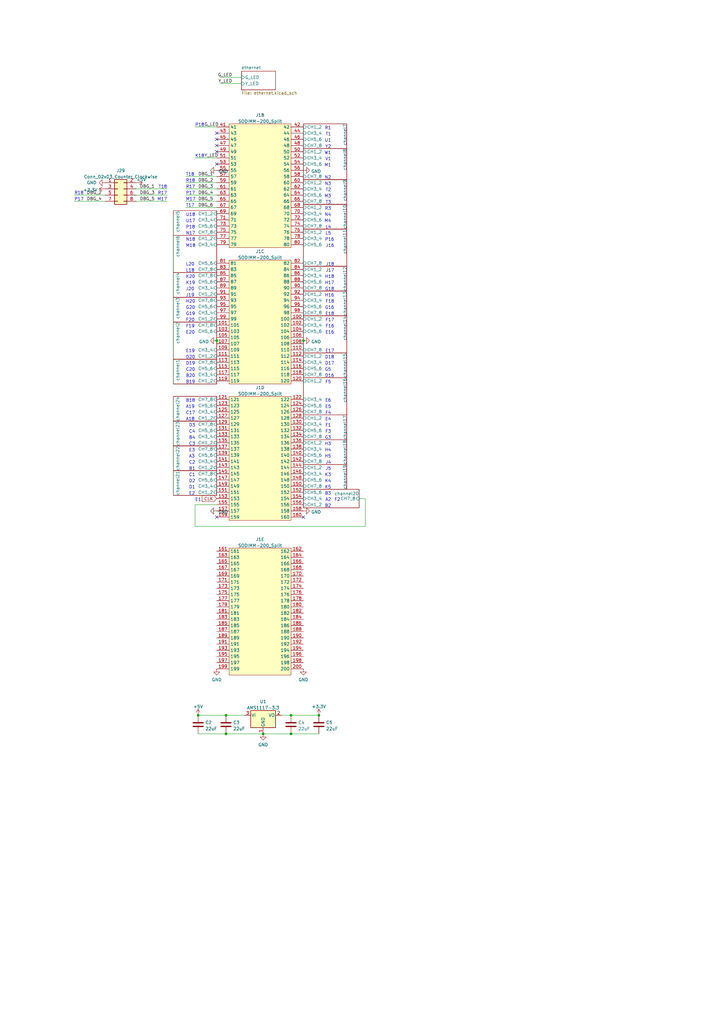
<source format=kicad_sch>
(kicad_sch (version 20211123) (generator eeschema)
  (paper "A3" portrait)
  (lib_symbols
    (symbol "Connector:SODIMM-200_Split"
      (property "Reference" "J" (at 0 1.27 0))
      (property "Value" "SODIMM-200_Split" (at 0 -1.27 0))
      (symbol "SODIMM-200_Split_1_1"
        (rectangle (start -12.7 25.4) (end 12.7 -26.67) (fill (type background)))
        (pin passive line (at -17.78 22.86 0) (length 5.08) (name "1") (number "1"))
        (pin passive line (at 17.78 12.7 180) (length 5.08) (name "10") (number "10"))
        (pin passive line (at -17.78 10.16 0) (length 5.08) (name "11") (number "11"))
        (pin passive line (at 17.78 10.16 180) (length 5.08) (name "12") (number "12"))
        (pin passive line (at -17.78 7.62 0) (length 5.08) (name "13") (number "13"))
        (pin passive line (at 17.78 7.62 180) (length 5.08) (name "14") (number "14"))
        (pin passive line (at -17.78 5.08 0) (length 5.08) (name "15") (number "15"))
        (pin passive line (at 17.78 5.08 180) (length 5.08) (name "16") (number "16"))
        (pin passive line (at -17.78 2.54 0) (length 5.08) (name "17") (number "17"))
        (pin passive line (at 17.78 2.54 180) (length 5.08) (name "18") (number "18"))
        (pin passive line (at -17.78 0 0) (length 5.08) (name "19") (number "19"))
        (pin passive line (at 17.78 22.86 180) (length 5.08) (name "2") (number "2"))
        (pin passive line (at 17.78 0 180) (length 5.08) (name "20") (number "20"))
        (pin passive line (at -17.78 -2.54 0) (length 5.08) (name "21") (number "21"))
        (pin passive line (at 17.78 -2.54 180) (length 5.08) (name "22") (number "22"))
        (pin passive line (at -17.78 -5.08 0) (length 5.08) (name "23") (number "23"))
        (pin passive line (at 17.78 -5.08 180) (length 5.08) (name "24") (number "24"))
        (pin passive line (at -17.78 -7.62 0) (length 5.08) (name "25") (number "25"))
        (pin passive line (at 17.78 -7.62 180) (length 5.08) (name "26") (number "26"))
        (pin passive line (at -17.78 -10.16 0) (length 5.08) (name "27") (number "27"))
        (pin passive line (at 17.78 -10.16 180) (length 5.08) (name "28") (number "28"))
        (pin passive line (at -17.78 -12.7 0) (length 5.08) (name "29") (number "29"))
        (pin passive line (at -17.78 20.32 0) (length 5.08) (name "3") (number "3"))
        (pin passive line (at 17.78 -12.7 180) (length 5.08) (name "30") (number "30"))
        (pin passive line (at -17.78 -15.24 0) (length 5.08) (name "31") (number "31"))
        (pin passive line (at 17.78 -15.24 180) (length 5.08) (name "32") (number "32"))
        (pin passive line (at -17.78 -17.78 0) (length 5.08) (name "33") (number "33"))
        (pin passive line (at 17.78 -17.78 180) (length 5.08) (name "34") (number "34"))
        (pin passive line (at -17.78 -20.32 0) (length 5.08) (name "35") (number "35"))
        (pin passive line (at 17.78 -20.32 180) (length 5.08) (name "36") (number "36"))
        (pin passive line (at -17.78 -22.86 0) (length 5.08) (name "37") (number "37"))
        (pin passive line (at 17.78 -22.86 180) (length 5.08) (name "38") (number "38"))
        (pin passive line (at -17.78 -25.4 0) (length 5.08) (name "39") (number "39"))
        (pin passive line (at 17.78 20.32 180) (length 5.08) (name "4") (number "4"))
        (pin passive line (at 17.78 -25.4 180) (length 5.08) (name "40") (number "40"))
        (pin passive line (at -17.78 17.78 0) (length 5.08) (name "5") (number "5"))
        (pin passive line (at 17.78 17.78 180) (length 5.08) (name "6") (number "6"))
        (pin passive line (at -17.78 15.24 0) (length 5.08) (name "7") (number "7"))
        (pin passive line (at 17.78 15.24 180) (length 5.08) (name "8") (number "8"))
        (pin passive line (at -17.78 12.7 0) (length 5.08) (name "9") (number "9"))
      )
      (symbol "SODIMM-200_Split_2_1"
        (rectangle (start -12.7 -26.67) (end 12.7 24.13) (fill (type background)))
        (pin passive line (at -17.78 22.86 0) (length 5.08) (name "41") (number "41"))
        (pin passive line (at 17.78 22.86 180) (length 5.08) (name "42") (number "42"))
        (pin passive line (at -17.78 20.32 0) (length 5.08) (name "43") (number "43"))
        (pin passive line (at 17.78 20.32 180) (length 5.08) (name "44") (number "44"))
        (pin passive line (at -17.78 17.78 0) (length 5.08) (name "45") (number "45"))
        (pin passive line (at 17.78 17.78 180) (length 5.08) (name "46") (number "46"))
        (pin passive line (at -17.78 15.24 0) (length 5.08) (name "47") (number "47"))
        (pin passive line (at 17.78 15.24 180) (length 5.08) (name "48") (number "48"))
        (pin passive line (at -17.78 12.7 0) (length 5.08) (name "49") (number "49"))
        (pin passive line (at 17.78 12.7 180) (length 5.08) (name "50") (number "50"))
        (pin passive line (at -17.78 10.16 0) (length 5.08) (name "51") (number "51"))
        (pin passive line (at 17.78 10.16 180) (length 5.08) (name "52") (number "52"))
        (pin passive line (at -17.78 7.62 0) (length 5.08) (name "53") (number "53"))
        (pin passive line (at 17.78 7.62 180) (length 5.08) (name "54") (number "54"))
        (pin passive line (at -17.78 5.08 0) (length 5.08) (name "55") (number "55"))
        (pin passive line (at 17.78 5.08 180) (length 5.08) (name "56") (number "56"))
        (pin passive line (at -17.78 2.54 0) (length 5.08) (name "57") (number "57"))
        (pin passive line (at 17.78 2.54 180) (length 5.08) (name "58") (number "58"))
        (pin passive line (at -17.78 0 0) (length 5.08) (name "59") (number "59"))
        (pin passive line (at 17.78 0 180) (length 5.08) (name "60") (number "60"))
        (pin passive line (at -17.78 -2.54 0) (length 5.08) (name "61") (number "61"))
        (pin passive line (at 17.78 -2.54 180) (length 5.08) (name "62") (number "62"))
        (pin passive line (at -17.78 -5.08 0) (length 5.08) (name "63") (number "63"))
        (pin passive line (at 17.78 -5.08 180) (length 5.08) (name "64") (number "64"))
        (pin passive line (at -17.78 -7.62 0) (length 5.08) (name "65") (number "65"))
        (pin passive line (at 17.78 -7.62 180) (length 5.08) (name "66") (number "66"))
        (pin passive line (at -17.78 -10.16 0) (length 5.08) (name "67") (number "67"))
        (pin passive line (at 17.78 -10.16 180) (length 5.08) (name "68") (number "68"))
        (pin passive line (at -17.78 -12.7 0) (length 5.08) (name "69") (number "69"))
        (pin passive line (at 17.78 -12.7 180) (length 5.08) (name "70") (number "70"))
        (pin passive line (at -17.78 -15.24 0) (length 5.08) (name "71") (number "71"))
        (pin passive line (at 17.78 -15.24 180) (length 5.08) (name "72") (number "72"))
        (pin passive line (at -17.78 -17.78 0) (length 5.08) (name "73") (number "73"))
        (pin passive line (at 17.78 -17.78 180) (length 5.08) (name "74") (number "74"))
        (pin passive line (at -17.78 -20.32 0) (length 5.08) (name "75") (number "75"))
        (pin passive line (at 17.78 -20.32 180) (length 5.08) (name "76") (number "76"))
        (pin passive line (at -17.78 -22.86 0) (length 5.08) (name "77") (number "77"))
        (pin passive line (at 17.78 -22.86 180) (length 5.08) (name "78") (number "78"))
        (pin passive line (at -17.78 -25.4 0) (length 5.08) (name "79") (number "79"))
        (pin passive line (at 17.78 -25.4 180) (length 5.08) (name "80") (number "80"))
      )
      (symbol "SODIMM-200_Split_3_1"
        (rectangle (start -12.7 24.13) (end 12.7 -26.67) (fill (type background)))
        (pin passive line (at 17.78 0 180) (length 5.08) (name "100") (number "100"))
        (pin passive line (at -17.78 -2.54 0) (length 5.08) (name "101") (number "101"))
        (pin passive line (at 17.78 -2.54 180) (length 5.08) (name "102") (number "102"))
        (pin passive line (at -17.78 -5.08 0) (length 5.08) (name "103") (number "103"))
        (pin passive line (at 17.78 -5.08 180) (length 5.08) (name "104") (number "104"))
        (pin passive line (at -17.78 -7.62 0) (length 5.08) (name "105") (number "105"))
        (pin passive line (at 17.78 -7.62 180) (length 5.08) (name "106") (number "106"))
        (pin passive line (at -17.78 -10.16 0) (length 5.08) (name "107") (number "107"))
        (pin passive line (at 17.78 -10.16 180) (length 5.08) (name "108") (number "108"))
        (pin passive line (at -17.78 -12.7 0) (length 5.08) (name "109") (number "109"))
        (pin passive line (at 17.78 -12.7 180) (length 5.08) (name "110") (number "110"))
        (pin passive line (at -17.78 -15.24 0) (length 5.08) (name "111") (number "111"))
        (pin passive line (at 17.78 -15.24 180) (length 5.08) (name "112") (number "112"))
        (pin passive line (at -17.78 -17.78 0) (length 5.08) (name "113") (number "113"))
        (pin passive line (at 17.78 -17.78 180) (length 5.08) (name "114") (number "114"))
        (pin passive line (at -17.78 -20.32 0) (length 5.08) (name "115") (number "115"))
        (pin passive line (at 17.78 -20.32 180) (length 5.08) (name "116") (number "116"))
        (pin passive line (at -17.78 -22.86 0) (length 5.08) (name "117") (number "117"))
        (pin passive line (at 17.78 -22.86 180) (length 5.08) (name "118") (number "118"))
        (pin passive line (at -17.78 -25.4 0) (length 5.08) (name "119") (number "119"))
        (pin passive line (at 17.78 -25.4 180) (length 5.08) (name "120") (number "120"))
        (pin passive line (at -17.78 22.86 0) (length 5.08) (name "81") (number "81"))
        (pin passive line (at 17.78 22.86 180) (length 5.08) (name "82") (number "82"))
        (pin passive line (at -17.78 20.32 0) (length 5.08) (name "83") (number "83"))
        (pin passive line (at 17.78 20.32 180) (length 5.08) (name "84") (number "84"))
        (pin passive line (at -17.78 17.78 0) (length 5.08) (name "85") (number "85"))
        (pin passive line (at 17.78 17.78 180) (length 5.08) (name "86") (number "86"))
        (pin passive line (at -17.78 15.24 0) (length 5.08) (name "87") (number "87"))
        (pin passive line (at 17.78 15.24 180) (length 5.08) (name "88") (number "88"))
        (pin passive line (at -17.78 12.7 0) (length 5.08) (name "89") (number "89"))
        (pin passive line (at 17.78 12.7 180) (length 5.08) (name "90") (number "90"))
        (pin passive line (at -17.78 10.16 0) (length 5.08) (name "91") (number "91"))
        (pin passive line (at 17.78 10.16 180) (length 5.08) (name "92") (number "92"))
        (pin passive line (at -17.78 7.62 0) (length 5.08) (name "93") (number "93"))
        (pin passive line (at 17.78 7.62 180) (length 5.08) (name "94") (number "94"))
        (pin passive line (at -17.78 5.08 0) (length 5.08) (name "95") (number "95"))
        (pin passive line (at 17.78 5.08 180) (length 5.08) (name "96") (number "96"))
        (pin passive line (at -17.78 2.54 0) (length 5.08) (name "97") (number "97"))
        (pin passive line (at 17.78 2.54 180) (length 5.08) (name "98") (number "98"))
        (pin passive line (at -17.78 0 0) (length 5.08) (name "99") (number "99"))
      )
      (symbol "SODIMM-200_Split_4_1"
        (rectangle (start -12.7 24.13) (end 12.7 -26.67) (fill (type background)))
        (pin passive line (at -17.78 22.86 0) (length 5.08) (name "121") (number "121"))
        (pin passive line (at 17.78 22.86 180) (length 5.08) (name "122") (number "122"))
        (pin passive line (at -17.78 20.32 0) (length 5.08) (name "123") (number "123"))
        (pin passive line (at 17.78 20.32 180) (length 5.08) (name "124") (number "124"))
        (pin passive line (at -17.78 17.78 0) (length 5.08) (name "125") (number "125"))
        (pin passive line (at 17.78 17.78 180) (length 5.08) (name "126") (number "126"))
        (pin passive line (at -17.78 15.24 0) (length 5.08) (name "127") (number "127"))
        (pin passive line (at 17.78 15.24 180) (length 5.08) (name "128") (number "128"))
        (pin passive line (at -17.78 12.7 0) (length 5.08) (name "129") (number "129"))
        (pin passive line (at 17.78 12.7 180) (length 5.08) (name "130") (number "130"))
        (pin passive line (at -17.78 10.16 0) (length 5.08) (name "131") (number "131"))
        (pin passive line (at 17.78 10.16 180) (length 5.08) (name "132") (number "132"))
        (pin passive line (at -17.78 7.62 0) (length 5.08) (name "133") (number "133"))
        (pin passive line (at 17.78 7.62 180) (length 5.08) (name "134") (number "134"))
        (pin passive line (at -17.78 5.08 0) (length 5.08) (name "135") (number "135"))
        (pin passive line (at 17.78 5.08 180) (length 5.08) (name "136") (number "136"))
        (pin passive line (at -17.78 2.54 0) (length 5.08) (name "137") (number "137"))
        (pin passive line (at 17.78 2.54 180) (length 5.08) (name "138") (number "138"))
        (pin passive line (at -17.78 0 0) (length 5.08) (name "139") (number "139"))
        (pin passive line (at 17.78 0 180) (length 5.08) (name "140") (number "140"))
        (pin passive line (at -17.78 -2.54 0) (length 5.08) (name "141") (number "141"))
        (pin passive line (at 17.78 -2.54 180) (length 5.08) (name "142") (number "142"))
        (pin passive line (at -17.78 -5.08 0) (length 5.08) (name "143") (number "143"))
        (pin passive line (at 17.78 -5.08 180) (length 5.08) (name "144") (number "144"))
        (pin passive line (at -17.78 -7.62 0) (length 5.08) (name "145") (number "145"))
        (pin passive line (at 17.78 -7.62 180) (length 5.08) (name "146") (number "146"))
        (pin passive line (at -17.78 -10.16 0) (length 5.08) (name "147") (number "147"))
        (pin passive line (at 17.78 -10.16 180) (length 5.08) (name "148") (number "148"))
        (pin passive line (at -17.78 -12.7 0) (length 5.08) (name "149") (number "149"))
        (pin passive line (at 17.78 -12.7 180) (length 5.08) (name "150") (number "150"))
        (pin passive line (at -17.78 -15.24 0) (length 5.08) (name "151") (number "151"))
        (pin passive line (at 17.78 -15.24 180) (length 5.08) (name "152") (number "152"))
        (pin passive line (at -17.78 -17.78 0) (length 5.08) (name "153") (number "153"))
        (pin passive line (at 17.78 -17.78 180) (length 5.08) (name "154") (number "154"))
        (pin passive line (at -17.78 -20.32 0) (length 5.08) (name "155") (number "155"))
        (pin passive line (at 17.78 -20.32 180) (length 5.08) (name "156") (number "156"))
        (pin passive line (at -17.78 -22.86 0) (length 5.08) (name "157") (number "157"))
        (pin passive line (at 17.78 -22.86 180) (length 5.08) (name "158") (number "158"))
        (pin passive line (at -17.78 -25.4 0) (length 5.08) (name "159") (number "159"))
        (pin passive line (at 17.78 -25.4 180) (length 5.08) (name "160") (number "160"))
      )
      (symbol "SODIMM-200_Split_5_1"
        (rectangle (start -12.7 24.13) (end 12.7 -27.94) (fill (type background)))
        (pin passive line (at -17.78 22.86 0) (length 5.08) (name "161") (number "161"))
        (pin passive line (at 17.78 22.86 180) (length 5.08) (name "162") (number "162"))
        (pin passive line (at -17.78 20.32 0) (length 5.08) (name "163") (number "163"))
        (pin passive line (at 17.78 20.32 180) (length 5.08) (name "164") (number "164"))
        (pin passive line (at -17.78 17.78 0) (length 5.08) (name "165") (number "165"))
        (pin passive line (at 17.78 17.78 180) (length 5.08) (name "166") (number "166"))
        (pin passive line (at -17.78 15.24 0) (length 5.08) (name "167") (number "167"))
        (pin passive line (at 17.78 15.24 180) (length 5.08) (name "168") (number "168"))
        (pin passive line (at -17.78 12.7 0) (length 5.08) (name "169") (number "169"))
        (pin passive line (at 17.78 12.7 180) (length 5.08) (name "170") (number "170"))
        (pin passive line (at -17.78 10.16 0) (length 5.08) (name "171") (number "171"))
        (pin passive line (at 17.78 10.16 180) (length 5.08) (name "172") (number "172"))
        (pin passive line (at -17.78 7.62 0) (length 5.08) (name "173") (number "173"))
        (pin passive line (at 17.78 7.62 180) (length 5.08) (name "174") (number "174"))
        (pin passive line (at -17.78 5.08 0) (length 5.08) (name "175") (number "175"))
        (pin passive line (at 17.78 5.08 180) (length 5.08) (name "176") (number "176"))
        (pin passive line (at -17.78 2.54 0) (length 5.08) (name "177") (number "177"))
        (pin passive line (at 17.78 2.54 180) (length 5.08) (name "178") (number "178"))
        (pin passive line (at -17.78 0 0) (length 5.08) (name "179") (number "179"))
        (pin passive line (at 17.78 0 180) (length 5.08) (name "180") (number "180"))
        (pin passive line (at -17.78 -2.54 0) (length 5.08) (name "181") (number "181"))
        (pin passive line (at 17.78 -2.54 180) (length 5.08) (name "182") (number "182"))
        (pin passive line (at -17.78 -5.08 0) (length 5.08) (name "183") (number "183"))
        (pin passive line (at 17.78 -5.08 180) (length 5.08) (name "184") (number "184"))
        (pin passive line (at -17.78 -7.62 0) (length 5.08) (name "185") (number "185"))
        (pin passive line (at 17.78 -7.62 180) (length 5.08) (name "186") (number "186"))
        (pin passive line (at -17.78 -10.16 0) (length 5.08) (name "187") (number "187"))
        (pin passive line (at 17.78 -10.16 180) (length 5.08) (name "188") (number "188"))
        (pin passive line (at -17.78 -12.7 0) (length 5.08) (name "189") (number "189"))
        (pin passive line (at 17.78 -12.7 180) (length 5.08) (name "190") (number "190"))
        (pin passive line (at -17.78 -15.24 0) (length 5.08) (name "191") (number "191"))
        (pin passive line (at 17.78 -15.24 180) (length 5.08) (name "192") (number "192"))
        (pin passive line (at -17.78 -17.78 0) (length 5.08) (name "193") (number "193"))
        (pin passive line (at 17.78 -17.78 180) (length 5.08) (name "194") (number "194"))
        (pin passive line (at -17.78 -20.32 0) (length 5.08) (name "195") (number "195"))
        (pin passive line (at 17.78 -20.32 180) (length 5.08) (name "196") (number "196"))
        (pin passive line (at -17.78 -22.86 0) (length 5.08) (name "197") (number "197"))
        (pin passive line (at 17.78 -22.86 180) (length 5.08) (name "198") (number "198"))
        (pin passive line (at -17.78 -25.4 0) (length 5.08) (name "199") (number "199"))
        (pin passive line (at 17.78 -25.4 180) (length 5.08) (name "200") (number "200"))
      )
    )
    (symbol "Connector_Generic:Conn_02x04_Odd_Even" (pin_names (offset 1.016) hide)
      (property "Reference" "J" (at 1.27 5.08 0))
      (property "Value" "Conn_02x04_Odd_Even" (at 1.27 -7.62 0))
      (symbol "Conn_02x04_Odd_Even_1_1"
        (rectangle (start -1.27 -4.953) (end 0 -5.207) (stroke (width 0.1524)))
        (rectangle (start -1.27 -2.413) (end 0 -2.667) (stroke (width 0.1524)))
        (rectangle (start -1.27 0.127) (end 0 -0.127) (stroke (width 0.1524)))
        (rectangle (start -1.27 2.667) (end 0 2.413) (stroke (width 0.1524)))
        (rectangle (start -1.27 3.81) (end 3.81 -6.35) (stroke (width 0.254)) (fill (type background)))
        (rectangle (start 3.81 -4.953) (end 2.54 -5.207) (stroke (width 0.1524)))
        (rectangle (start 3.81 -2.413) (end 2.54 -2.667) (stroke (width 0.1524)))
        (rectangle (start 3.81 0.127) (end 2.54 -0.127) (stroke (width 0.1524)))
        (rectangle (start 3.81 2.667) (end 2.54 2.413) (stroke (width 0.1524)))
        (pin passive line (at -5.08 2.54 0) (length 3.81) (name "Pin_1") (number "1"))
        (pin passive line (at 7.62 2.54 180) (length 3.81) (name "Pin_2") (number "2"))
        (pin passive line (at -5.08 0 0) (length 3.81) (name "Pin_3") (number "3"))
        (pin passive line (at 7.62 0 180) (length 3.81) (name "Pin_4") (number "4"))
        (pin passive line (at -5.08 -2.54 0) (length 3.81) (name "Pin_5") (number "5"))
        (pin passive line (at 7.62 -2.54 180) (length 3.81) (name "Pin_6") (number "6"))
        (pin passive line (at -5.08 -5.08 0) (length 3.81) (name "Pin_7") (number "7"))
        (pin passive line (at 7.62 -5.08 180) (length 3.81) (name "Pin_8") (number "8"))
      )
    )
    (symbol "Device:C" (pin_numbers hide) (pin_names (offset 0.254))
      (property "Reference" "C" (at 0.635 2.54 0))
      (property "Value" "C" (at 0.635 -2.54 0))
      (symbol "C_0_1"
        (polyline (pts (xy -2.032 -0.762) (xy 2.032 -0.762)) (stroke (width 0.508)))
        (polyline (pts (xy -2.032 0.762) (xy 2.032 0.762)) (stroke (width 0.508)))
      )
      (symbol "C_1_1"
        (pin passive line (at 0 3.81 270) (length 2.794) (name "~") (number "1"))
        (pin passive line (at 0 -3.81 90) (length 2.794) (name "~") (number "2"))
      )
    )
    (symbol "Regulator_Linear:AMS1117-3.3" (pin_names (offset 0.254))
      (property "Reference" "U" (at -3.81 3.175 0))
      (property "Value" "AMS1117-3.3" (at 0 3.175 0))
      (symbol "AMS1117-3.3_0_1"
        (rectangle (start -5.08 -5.08) (end 5.08 1.905) (stroke (width 0.254)) (fill (type background)))
      )
      (symbol "AMS1117-3.3_1_1"
        (pin power_in line (at 0 -7.62 90) (length 2.54) (name "GND") (number "1"))
        (pin power_out line (at 7.62 0 180) (length 2.54) (name "VO") (number "2"))
        (pin power_in line (at -7.62 0 0) (length 2.54) (name "VI") (number "3"))
      )
    )
    (symbol "power:+3.3V" (power) (pin_names (offset 0))
      (property "Value" "+3.3V" (at 0 3.556 0))
      (symbol "+3.3V_0_1"
        (polyline (pts (xy -0.762 1.27) (xy 0 2.54)))
        (polyline (pts (xy 0 0) (xy 0 2.54)))
        (polyline (pts (xy 0 2.54) (xy 0.762 1.27)))
      )
      (symbol "+3.3V_1_1"
        (pin power_in line (at 0 0 90) (length 0) hide (name "+3.3V") (number "1"))
      )
    )
    (symbol "power:+5V" (power) (pin_names (offset 0))
      (property "Value" "+5V" (at 0 3.556 0))
      (symbol "+5V_0_1"
        (polyline (pts (xy -0.762 1.27) (xy 0 2.54)))
        (polyline (pts (xy 0 0) (xy 0 2.54)))
        (polyline (pts (xy 0 2.54) (xy 0.762 1.27)))
      )
      (symbol "+5V_1_1"
        (pin power_in line (at 0 0 90) (length 0) hide (name "+5V") (number "1"))
      )
    )
    (symbol "power:GND" (power) (pin_names (offset 0))
      (property "Value" "GND" (at 0 -3.81 0))
      (symbol "GND_0_1"
        (polyline (pts (xy 0 0) (xy 0 -1.27) (xy 1.27 -1.27) (xy 0 -2.54) (xy -1.27 -1.27) (xy 0 -1.27)))
      )
      (symbol "GND_1_1"
        (pin power_in line (at 0 0 270) (length 0) hide (name "GND") (number "1"))
      )
    )
  )
  (junction (at 124.46 139.7))
  (junction (at 119.38 293.37))
  (junction (at 92.71 300.99))
  (junction (at 119.38 300.99))
  (junction (at 130.81 293.37))
  (junction (at 107.95 300.99))
  (junction (at 92.71 293.37))
  (junction (at 88.9 139.7))
  (junction (at 81.28 293.37))
  (no_connect (at 88.9 212.09))
  (no_connect (at 124.46 212.09))
  (no_connect (at 88.9 59.69))
  (no_connect (at 88.9 54.61))
  (no_connect (at 88.9 62.23))
  (no_connect (at 88.9 57.15))
  (no_connect (at 88.9 67.31))
  (wire (pts (xy 76.2 80.01) (xy 88.9 80.01)))
  (wire (pts (xy 149.86 204.47) (xy 149.86 215.9)))
  (wire (pts (xy 119.38 300.99) (xy 130.81 300.99)))
  (wire (pts (xy 81.28 293.37) (xy 92.71 293.37)))
  (wire (pts (xy 80.01 52.07) (xy 88.9 52.07)))
  (wire (pts (xy 115.57 293.37) (xy 119.38 293.37)))
  (wire (pts (xy 107.95 300.99) (xy 119.38 300.99)))
  (wire (pts (xy 76.2 72.39) (xy 88.9 72.39)))
  (wire (pts (xy 88.9 138.43) (xy 88.9 139.7)))
  (wire (pts (xy 92.71 293.37) (xy 100.33 293.37)))
  (wire (pts (xy 30.48 80.01) (xy 43.18 80.01)))
  (wire (pts (xy 76.2 74.93) (xy 88.9 74.93)))
  (wire (pts (xy 80.01 207.01) (xy 88.9 207.01)))
  (wire (pts (xy 147.32 204.47) (xy 149.86 204.47)))
  (wire (pts (xy 76.2 85.09) (xy 88.9 85.09)))
  (wire (pts (xy 119.38 293.37) (xy 130.81 293.37)))
  (wire (pts (xy 80.01 215.9) (xy 149.86 215.9)))
  (wire (pts (xy 68.58 82.55) (xy 55.88 82.55)))
  (wire (pts (xy 99.06 31.75) (xy 90.17 31.75)))
  (wire (pts (xy 76.2 82.55) (xy 88.9 82.55)))
  (wire (pts (xy 99.06 34.29) (xy 90.17 34.29)))
  (wire (pts (xy 88.9 139.7) (xy 88.9 140.97)))
  (wire (pts (xy 68.58 80.01) (xy 55.88 80.01)))
  (wire (pts (xy 68.58 77.47) (xy 55.88 77.47)))
  (wire (pts (xy 30.48 82.55) (xy 43.18 82.55)))
  (wire (pts (xy 124.46 139.7) (xy 124.46 140.97)))
  (wire (pts (xy 80.01 64.77) (xy 88.9 64.77)))
  (wire (pts (xy 76.2 77.47) (xy 88.9 77.47)))
  (wire (pts (xy 80.01 215.9) (xy 80.01 207.01)))
  (wire (pts (xy 81.28 300.99) (xy 92.71 300.99)))
  (wire (pts (xy 92.71 300.99) (xy 107.95 300.99)))
  (wire (pts (xy 124.46 138.43) (xy 124.46 139.7)))
  (text "P18" (at 76.2 93.98 0) (effects (font (size 1.27 1.27)) (justify left bottom)))
  (text "G5" (at 135.89 152.4 180) (effects (font (size 1.27 1.27)) (justify right bottom)))
  (text "H4" (at 135.89 185.42 180) (effects (font (size 1.27 1.27)) (justify right bottom)))
  (text "J19" (at 76.2 121.92 0) (effects (font (size 1.27 1.27)) (justify left bottom)))
  (text "D2" (at 77.47 198.12 0) (effects (font (size 1.27 1.27)) (justify left bottom)))
  (text "N4" (at 135.89 88.9 180) (effects (font (size 1.27 1.27)) (justify right bottom)))
  (text "V1" (at 135.89 66.04 180) (effects (font (size 1.27 1.27)) (justify right bottom)))
  (text "M3" (at 135.89 81.28 180) (effects (font (size 1.27 1.27)) (justify right bottom)))
  (text "U17" (at 76.2 91.44 0) (effects (font (size 1.27 1.27)) (justify left bottom)))
  (text "T18" (at 76.2 72.39 0) (effects (font (size 1.27 1.27)) (justify left bottom)))
  (text "R1" (at 135.89 53.34 180) (effects (font (size 1.27 1.27)) (justify right bottom)))
  (text "C17" (at 76.2 170.18 0) (effects (font (size 1.27 1.27)) (justify left bottom)))
  (text "G20" (at 76.2 127 0) (effects (font (size 1.27 1.27)) (justify left bottom)))
  (text "H18" (at 137.16 114.3 180) (effects (font (size 1.27 1.27)) (justify right bottom)))
  (text "M17" (at 76.2 82.55 0) (effects (font (size 1.27 1.27)) (justify left bottom)))
  (text "H16" (at 137.16 121.92 180) (effects (font (size 1.27 1.27)) (justify right bottom)))
  (text "C1" (at 77.47 195.58 0) (effects (font (size 1.27 1.27)) (justify left bottom)))
  (text "D16" (at 137.16 154.94 180) (effects (font (size 1.27 1.27)) (justify right bottom)))
  (text "D1" (at 77.47 200.66 0) (effects (font (size 1.27 1.27)) (justify left bottom)))
  (text "R17" (at 68.58 80.01 180) (effects (font (size 1.27 1.27)) (justify right bottom)))
  (text "C2" (at 77.47 190.5 0) (effects (font (size 1.27 1.27)) (justify left bottom)))
  (text "C20" (at 76.2 152.4 0) (effects (font (size 1.27 1.27)) (justify left bottom)))
  (text "P17" (at 30.48 82.55 0) (effects (font (size 1.27 1.27)) (justify left bottom)))
  (text "D3" (at 77.47 175.26 0) (effects (font (size 1.27 1.27)) (justify left bottom)))
  (text "F3" (at 135.89 177.8 180) (effects (font (size 1.27 1.27)) (justify right bottom)))
  (text "K18" (at 80.01 64.77 0) (effects (font (size 1.27 1.27)) (justify left bottom)))
  (text "F2" (at 137.16 205.74 0) (effects (font (size 1.27 1.27)) (justify left bottom)))
  (text "K5" (at 135.89 200.66 180) (effects (font (size 1.27 1.27)) (justify right bottom)))
  (text "B18" (at 76.2 165.1 0) (effects (font (size 1.27 1.27)) (justify left bottom)))
  (text "D18" (at 137.16 147.32 180) (effects (font (size 1.27 1.27)) (justify right bottom)))
  (text "R3" (at 135.89 86.36 180) (effects (font (size 1.27 1.27)) (justify right bottom)))
  (text "K3" (at 135.89 195.58 180) (effects (font (size 1.27 1.27)) (justify right bottom)))
  (text "R17" (at 76.2 77.47 0) (effects (font (size 1.27 1.27)) (justify left bottom)))
  (text "L5" (at 135.89 96.52 180) (effects (font (size 1.27 1.27)) (justify right bottom)))
  (text "F18" (at 137.16 124.46 180) (effects (font (size 1.27 1.27)) (justify right bottom)))
  (text "F19" (at 76.2 134.62 0) (effects (font (size 1.27 1.27)) (justify left bottom)))
  (text "E1" (at 80.01 205.74 0) (effects (font (size 1.27 1.27)) (justify left bottom)))
  (text "P18" (at 80.01 52.07 0) (effects (font (size 1.27 1.27)) (justify left bottom)))
  (text "K20" (at 76.2 114.3 0) (effects (font (size 1.27 1.27)) (justify left bottom)))
  (text "H17" (at 137.16 116.84 180) (effects (font (size 1.27 1.27)) (justify right bottom)))
  (text "T3" (at 135.89 83.82 180) (effects (font (size 1.27 1.27)) (justify right bottom)))
  (text "T17" (at 76.2 85.09 0) (effects (font (size 1.27 1.27)) (justify left bottom)))
  (text "H20" (at 76.2 124.46 0) (effects (font (size 1.27 1.27)) (justify left bottom)))
  (text "H5" (at 135.89 187.96 180) (effects (font (size 1.27 1.27)) (justify right bottom)))
  (text "B3" (at 135.89 203.2 180) (effects (font (size 1.27 1.27)) (justify right bottom)))
  (text "E4" (at 135.89 172.72 180) (effects (font (size 1.27 1.27)) (justify right bottom)))
  (text "T18" (at 68.58 77.47 180) (effects (font (size 1.27 1.27)) (justify right bottom)))
  (text "N3" (at 135.89 76.2 180) (effects (font (size 1.27 1.27)) (justify right bottom)))
  (text "P17" (at 76.2 80.01 0) (effects (font (size 1.27 1.27)) (justify left bottom)))
  (text "H3" (at 135.89 182.88 180) (effects (font (size 1.27 1.27)) (justify right bottom)))
  (text "P16" (at 137.16 99.06 180) (effects (font (size 1.27 1.27)) (justify right bottom)))
  (text "C3" (at 77.47 182.88 0) (effects (font (size 1.27 1.27)) (justify left bottom)))
  (text "W1" (at 135.89 63.5 180) (effects (font (size 1.27 1.27)) (justify right bottom)))
  (text "E16" (at 137.16 137.16 180) (effects (font (size 1.27 1.27)) (justify right bottom)))
  (text "B4" (at 77.47 180.34 0) (effects (font (size 1.27 1.27)) (justify left bottom)))
  (text "D20" (at 76.2 147.32 0) (effects (font (size 1.27 1.27)) (justify left bottom)))
  (text "N17" (at 76.2 96.52 0) (effects (font (size 1.27 1.27)) (justify left bottom)))
  (text "Y2" (at 135.89 60.96 180) (effects (font (size 1.27 1.27)) (justify right bottom)))
  (text "L4" (at 135.89 93.98 180) (effects (font (size 1.27 1.27)) (justify right bottom)))
  (text "M18" (at 76.2 101.6 0) (effects (font (size 1.27 1.27)) (justify left bottom)))
  (text "E6\n" (at 135.89 165.1 180) (effects (font (size 1.27 1.27)) (justify right bottom)))
  (text "A18" (at 76.2 172.72 0) (effects (font (size 1.27 1.27)) (justify left bottom)))
  (text "T1" (at 135.89 55.88 180) (effects (font (size 1.27 1.27)) (justify right bottom)))
  (text "F1" (at 135.89 175.26 180) (effects (font (size 1.27 1.27)) (justify right bottom)))
  (text "G16" (at 137.16 127 180) (effects (font (size 1.27 1.27)) (justify right bottom)))
  (text "D17" (at 137.16 149.86 180) (effects (font (size 1.27 1.27)) (justify right bottom)))
  (text "U1\n" (at 135.89 58.42 180) (effects (font (size 1.27 1.27)) (justify right bottom)))
  (text "K19" (at 76.2 116.84 0) (effects (font (size 1.27 1.27)) (justify left bottom)))
  (text "B1" (at 77.47 193.04 0) (effects (font (size 1.27 1.27)) (justify left bottom)))
  (text "J20" (at 76.2 119.38 0) (effects (font (size 1.27 1.27)) (justify left bottom)))
  (text "A19" (at 76.2 167.64 0) (effects (font (size 1.27 1.27)) (justify left bottom)))
  (text "K4" (at 135.89 198.12 180) (effects (font (size 1.27 1.27)) (justify right bottom)))
  (text "F20" (at 76.2 132.08 0) (effects (font (size 1.27 1.27)) (justify left bottom)))
  (text "A2" (at 135.89 205.74 180) (effects (font (size 1.27 1.27)) (justify right bottom)))
  (text "T2" (at 135.89 78.74 180) (effects (font (size 1.27 1.27)) (justify right bottom)))
  (text "J4" (at 135.89 190.5 180) (effects (font (size 1.27 1.27)) (justify right bottom)))
  (text "M1" (at 135.89 68.58 180) (effects (font (size 1.27 1.27)) (justify right bottom)))
  (text "B19" (at 76.2 157.48 0) (effects (font (size 1.27 1.27)) (justify left bottom)))
  (text "F16" (at 137.16 134.62 180) (effects (font (size 1.27 1.27)) (justify right bottom)))
  (text "E3" (at 77.47 185.42 0) (effects (font (size 1.27 1.27)) (justify left bottom)))
  (text "L20" (at 76.2 109.22 0) (effects (font (size 1.27 1.27)) (justify left bottom)))
  (text "E17" (at 137.16 144.78 180) (effects (font (size 1.27 1.27)) (justify right bottom)))
  (text "E5" (at 135.89 167.64 180) (effects (font (size 1.27 1.27)) (justify right bottom)))
  (text "U18" (at 76.2 88.9 0) (effects (font (size 1.27 1.27)) (justify left bottom)))
  (text "M17" (at 68.58 82.55 180) (effects (font (size 1.27 1.27)) (justify right bottom)))
  (text "F17" (at 137.16 132.08 180) (effects (font (size 1.27 1.27)) (justify right bottom)))
  (text "E18" (at 137.16 129.54 180) (effects (font (size 1.27 1.27)) (justify right bottom)))
  (text "B2" (at 135.89 208.28 180) (effects (font (size 1.27 1.27)) (justify right bottom)))
  (text "N18" (at 76.2 99.06 0) (effects (font (size 1.27 1.27)) (justify left bottom)))
  (text "J18" (at 137.16 109.22 180) (effects (font (size 1.27 1.27)) (justify right bottom)))
  (text "E19" (at 76.2 144.78 0) (effects (font (size 1.27 1.27)) (justify left bottom)))
  (text "R18" (at 30.48 80.01 0) (effects (font (size 1.27 1.27)) (justify left bottom)))
  (text "G3" (at 135.89 180.34 180) (effects (font (size 1.27 1.27)) (justify right bottom)))
  (text "R18" (at 76.2 74.93 0) (effects (font (size 1.27 1.27)) (justify left bottom)))
  (text "M4" (at 135.89 91.44 180) (effects (font (size 1.27 1.27)) (justify right bottom)))
  (text "G19" (at 76.2 129.54 0) (effects (font (size 1.27 1.27)) (justify left bottom)))
  (text "E2" (at 77.47 203.2 0) (effects (font (size 1.27 1.27)) (justify left bottom)))
  (text "F5" (at 135.89 157.48 180) (effects (font (size 1.27 1.27)) (justify right bottom)))
  (text "N2" (at 135.89 73.66 180) (effects (font (size 1.27 1.27)) (justify right bottom)))
  (text "E20" (at 76.2 137.16 0) (effects (font (size 1.27 1.27)) (justify left bottom)))
  (text "A3" (at 77.47 187.96 0) (effects (font (size 1.27 1.27)) (justify left bottom)))
  (text "C4" (at 77.47 177.8 0) (effects (font (size 1.27 1.27)) (justify left bottom)))
  (text "J5" (at 135.89 193.04 180) (effects (font (size 1.27 1.27)) (justify right bottom)))
  (text "D19" (at 76.2 149.86 0) (effects (font (size 1.27 1.27)) (justify left bottom)))
  (text "J17" (at 137.16 111.76 180) (effects (font (size 1.27 1.27)) (justify right bottom)))
  (text "F4" (at 135.89 170.18 180) (effects (font (size 1.27 1.27)) (justify right bottom)))
  (text "G18" (at 137.16 119.38 180) (effects (font (size 1.27 1.27)) (justify right bottom)))
  (text "L18" (at 76.2 111.76 0) (effects (font (size 1.27 1.27)) (justify left bottom)))
  (text "J16" (at 137.16 101.6 180) (effects (font (size 1.27 1.27)) (justify right bottom)))
  (text "B20" (at 76.2 154.94 0) (effects (font (size 1.27 1.27)) (justify left bottom)))
  (label "DBG_4" (at 35.56 82.55 0))
  (label "Y_LED" (at 95.25 34.29 180))
  (label "DBG_1" (at 63.5 77.47 180))
  (label "DBG_3" (at 63.5 80.01 180))
  (label "G_LED" (at 95.25 31.75 180))
  (label "DBG_2" (at 81.28 74.93 0))
  (label "DBG_3" (at 81.28 77.47 0))
  (label "DBG_1" (at 81.28 72.39 0))
  (label "Y_LED" (at 83.82 64.77 0))
  (label "DBG_5" (at 81.28 82.55 0))
  (label "G_LED" (at 83.82 52.07 0))
  (label "DBG_4" (at 81.28 80.01 0))
  (label "DBG_5" (at 63.5 82.55 180))
  (label "DBG_2" (at 35.56 80.01 0))
  (label "DBG_6" (at 81.28 85.09 0))
  (global_label "CLK" (shape input) (at 88.9 204.47 180) (property "Intersheet References" "${INTERSHEET_REFS}" (effects hide)))
  (symbol (lib_id "power:+3.3V") (at 130.81 293.37 0) (unit 1)
    (property "Reference" "#PWR0165" (effects hide))
    (property "Value" "+3.3V" (at 130.81 289.7942 0))
  )
  (symbol (lib_id "power:GND") (at 88.9 274.32 0) (unit 1)
    (property "Reference" "#PWR0102" (effects hide))
    (property "Value" "GND" (at 88.9 278.7634 0))
  )
  (symbol (lib_id "Regulator_Linear:AMS1117-3.3") (at 107.95 293.37 0) (unit 1)
    (property "Reference" "U1" (at 107.95 287.7652 0))
    (property "Value" "AMS1117-3.3" (at 107.95 290.3021 0))
    (property "Footprint" "Package_TO_SOT_SMD:SOT-223-3_TabPin2" (effects hide))
    (property "Datasheet" "http://www.advanced-monolithic.com/pdf/ds1117.pdf" (effects hide))
  )
  (symbol (lib_id "power:GND") (at 107.95 300.99 0) (unit 1)
    (property "Reference" "#PWR0166" (effects hide))
    (property "Value" "GND" (at 107.95 305.4334 0))
  )
  (symbol (lib_id "power:GND") (at 88.9 69.85 270) (unit 1)
    (property "Reference" "#PWR0111" (effects hide))
    (property "Value" "GND" (at 89.535 70.2838 90) (effects (justify left)))
  )
  (symbol (lib_id "power:GND") (at 124.46 139.7 90) (unit 1)
    (property "Reference" "#PWR0108" (effects hide))
    (property "Value" "GND" (at 127.635 140.1338 90) (effects (justify right)))
  )
  (symbol (lib_id "Connector:SODIMM-200_Split") (at 106.68 130.81 0) (unit 3)
    (property "Reference" "J1" (at 106.68 103.1072 0))
    (property "Value" "SODIMM-200_Split" (at 106.68 105.6441 0))
    (property "Footprint" "1473005-4:14730054" (effects hide))
  )
  (symbol (lib_id "Device:C") (at 130.81 297.18 0) (unit 1)
    (property "Reference" "C5" (at 133.731 296.3453 0) (effects (justify left)))
    (property "Value" "22uF" (at 133.731 298.8822 0) (effects (justify left)))
    (property "Footprint" "Capacitor_SMD:C_0805_2012Metric" (effects hide))
  )
  (symbol (lib_id "Connector:SODIMM-200_Split") (at 106.68 248.92 0) (unit 5)
    (property "Reference" "J1" (at 106.68 221.2172 0))
    (property "Value" "SODIMM-200_Split" (at 106.68 223.7541 0))
    (property "Footprint" "1473005-4:14730054" (effects hide))
  )
  (symbol (lib_id "Connector:SODIMM-200_Split") (at 106.68 74.93 0) (unit 2)
    (property "Reference" "J1" (at 106.68 47.2272 0))
    (property "Value" "SODIMM-200_Split" (at 106.68 49.7641 0))
    (property "Footprint" "1473005-4:14730054" (effects hide))
  )
  (symbol (lib_id "power:GND") (at 43.18 74.93 270) (unit 1)
    (property "Reference" "#PWR01" (effects hide))
    (property "Value" "GND" (at 35.56 74.93 90) (effects (justify left)))
  )
  (symbol (lib_id "Connector:SODIMM-200_Split") (at 106.68 186.69 0) (unit 4)
    (property "Reference" "J1" (at 106.68 158.9872 0))
    (property "Value" "SODIMM-200_Split" (at 106.68 161.5241 0))
    (property "Footprint" "1473005-4:14730054" (effects hide))
  )
  (symbol (lib_id "power:+5V") (at 55.88 74.93 270) (unit 1)
    (property "Reference" "#PWR02" (effects hide))
    (property "Value" "+5V" (at 55.88 73.66 90) (effects (justify left)))
  )
  (symbol (lib_id "power:GND") (at 88.9 209.55 270) (unit 1)
    (property "Reference" "#PWR0101" (effects hide))
    (property "Value" "GND" (at 89.535 209.9838 90) (effects (justify left)))
  )
  (symbol (lib_id "Connector_Generic:Conn_02x04_Odd_Even") (at 48.26 77.47 0) (unit 1)
    (property "Reference" "J29" (at 49.53 69.9602 0))
    (property "Value" "Conn_02x03_Counter_Clockwise" (at 49.53 72.4971 0))
    (property "Footprint" "Connector_PinHeader_2.54mm:PinHeader_2x04_P2.54mm_Vertical_SMD" (effects hide))
  )
  (symbol (lib_id "power:GND") (at 124.46 274.32 0) (unit 1)
    (property "Reference" "#PWR0194" (effects hide))
    (property "Value" "GND" (at 124.46 278.7634 0))
  )
  (symbol (lib_id "power:GND") (at 124.46 69.85 90) (unit 1)
    (property "Reference" "#PWR0109" (effects hide))
    (property "Value" "GND" (at 127.635 70.2838 90) (effects (justify right)))
  )
  (symbol (lib_id "Device:C") (at 119.38 297.18 0) (unit 1)
    (property "Reference" "C4" (at 122.301 296.3453 0) (effects (justify left)))
    (property "Value" "22uF" (at 122.301 298.8822 0) (effects (justify left)))
    (property "Footprint" "Capacitor_SMD:C_0805_2012Metric" (effects hide))
  )
  (symbol (lib_id "power:+5V") (at 81.28 293.37 0) (unit 1)
    (property "Reference" "#PWR0167" (effects hide))
    (property "Value" "+5V" (at 81.28 289.7942 0))
  )
  (symbol (lib_id "Device:C") (at 81.28 297.18 0) (unit 1)
    (property "Reference" "C2" (at 84.201 296.3453 0) (effects (justify left)))
    (property "Value" "22uF" (at 84.201 298.8822 0) (effects (justify left)))
    (property "Footprint" "Capacitor_SMD:C_0805_2012Metric" (effects hide))
  )
  (symbol (lib_id "Device:C") (at 92.71 297.18 0) (unit 1)
    (property "Reference" "C3" (at 95.631 296.3453 0) (effects (justify left)))
    (property "Value" "22uF" (at 95.631 298.8822 0) (effects (justify left)))
    (property "Footprint" "Capacitor_SMD:C_0805_2012Metric" (effects hide))
  )
  (symbol (lib_id "power:GND") (at 124.46 209.55 90) (unit 1)
    (property "Reference" "#PWR0195" (effects hide))
    (property "Value" "GND" (at 127.635 209.9838 90) (effects (justify right)))
  )
  (symbol (lib_id "power:GND") (at 88.9 139.7 270) (unit 1)
    (property "Reference" "#PWR0110" (effects hide))
    (property "Value" "GND" (at 85.7251 140.1338 90) (effects (justify right)))
  )
  (symbol (lib_id "power:+3.3V") (at 43.18 77.47 90) (unit 1)
    (property "Reference" "#PWR0196" (effects hide))
    (property "Value" "+3.3V" (at 40.005 77.9038 90) (effects (justify left)))
  )
  (sheet (at 124.46 154.94) (size 17.78 15.24) (stroke (width 0.1524))
    (property "Sheet name" "channel16" (at 142.24 165.1 90) (effects (justify left bottom)))
    (property "Sheet file" "channel.kicad_sch" (effects hide))
    (pin "CH5_6" input (at 124.46 166.37 180))
    (pin "CH3_4" input (at 124.46 163.83 180))
    (pin "CH1_2" input (at 124.46 156.21 180))
    (pin "CH7_8" input (at 124.46 168.91 180))
  )
  (sheet (at 71.12 96.52) (size 17.78 15.24) (stroke (width 0.1524))
    (property "Sheet name" "channel6" (at 73.66 105.41 90) (effects (justify left bottom)))
    (property "Sheet file" "channel.kicad_sch" (effects hide))
    (pin "CH5_6" input (at 88.9 107.95 0))
    (pin "CH3_4" input (at 88.9 100.33 0))
    (pin "CH1_2" input (at 88.9 97.79 0))
    (pin "CH7_8" input (at 88.9 110.49 0))
  )
  (sheet (at 99.06 29.21) (size 13.97 7.62) (stroke (width 0.1524))
    (property "Sheet name" "ethernet" (at 99.06 28.4984 0) (effects (justify left bottom)))
    (property "Sheet file" "ethernet.kicad_sch" (at 99.06 37.4146 0) (effects (justify left top)))
    (pin "G_LED" input (at 99.06 31.75 180))
    (pin "Y_LED" input (at 99.06 34.29 180))
  )
  (sheet (at 124.46 180.34) (size 17.78 10.16) (stroke (width 0.1524))
    (property "Sheet name" "channel18" (at 142.24 190.5 90) (effects (justify left bottom)))
    (property "Sheet file" "channel.kicad_sch" (effects hide))
    (pin "CH5_6" input (at 124.46 186.69 180))
    (pin "CH3_4" input (at 124.46 184.15 180))
    (pin "CH1_2" input (at 124.46 181.61 180))
    (pin "CH7_8" input (at 124.46 189.23 180))
  )
  (sheet (at 124.46 73.66) (size 17.78 10.16) (stroke (width 0.1524))
    (property "Sheet name" "channel9" (at 142.24 82.55 90) (effects (justify left bottom)))
    (property "Sheet file" "channel.kicad_sch" (effects hide))
    (pin "CH5_6" input (at 124.46 80.01 180))
    (pin "CH3_4" input (at 124.46 77.47 180))
    (pin "CH1_2" input (at 124.46 74.93 180))
    (pin "CH7_8" input (at 124.46 82.55 180))
  )
  (sheet (at 124.46 50.8) (size 17.78 10.16) (stroke (width 0.1524))
    (property "Sheet name" "channel7" (at 142.24 59.69 90) (effects (justify left bottom)))
    (property "Sheet file" "channel.kicad_sch" (effects hide))
    (pin "CH5_6" input (at 124.46 57.15 180))
    (pin "CH3_4" input (at 124.46 54.61 180))
    (pin "CH1_2" input (at 124.46 52.07 180))
    (pin "CH7_8" input (at 124.46 59.69 180))
  )
  (sheet (at 124.46 109.22) (size 17.78 10.16) (stroke (width 0.1524))
    (property "Sheet name" "channel12" (at 142.24 119.38 90) (effects (justify left bottom)))
    (property "Sheet file" "channel.kicad_sch" (effects hide))
    (pin "CH5_6" input (at 124.46 115.57 180))
    (pin "CH3_4" input (at 124.46 113.03 180))
    (pin "CH1_2" input (at 124.46 110.49 180))
    (pin "CH7_8" input (at 124.46 118.11 180))
  )
  (sheet (at 71.12 182.88) (size 17.78 10.16) (stroke (width 0.1524))
    (property "Sheet name" "channel22" (at 73.66 193.04 90) (effects (justify left bottom)))
    (property "Sheet file" "channel.kicad_sch" (effects hide))
    (pin "CH5_6" input (at 88.9 186.69 0))
    (pin "CH3_4" input (at 88.9 189.23 0))
    (pin "CH1_2" input (at 88.9 191.77 0))
    (pin "CH7_8" input (at 88.9 184.15 0))
  )
  (sheet (at 71.12 121.92) (size 17.78 10.16) (stroke (width 0.1524))
    (property "Sheet name" "channel3" (at 73.66 130.81 90) (effects (justify left bottom)))
    (property "Sheet file" "channel.kicad_sch" (effects hide))
    (pin "CH5_6" input (at 88.9 125.73 0))
    (pin "CH3_4" input (at 88.9 128.27 0))
    (pin "CH1_2" input (at 88.9 130.81 0))
    (pin "CH7_8" input (at 88.9 123.19 0))
  )
  (sheet (at 124.46 119.38) (size 17.78 10.16) (stroke (width 0.1524))
    (property "Sheet name" "channel13" (at 142.24 129.54 90) (effects (justify left bottom)))
    (property "Sheet file" "channel.kicad_sch" (effects hide))
    (pin "CH5_6" input (at 124.46 125.73 180))
    (pin "CH3_4" input (at 124.46 123.19 180))
    (pin "CH1_2" input (at 124.46 120.65 180))
    (pin "CH7_8" input (at 124.46 128.27 180))
  )
  (sheet (at 71.12 193.04) (size 17.78 10.16) (stroke (width 0.1524))
    (property "Sheet name" "channel21" (at 73.66 203.2 90) (effects (justify left bottom)))
    (property "Sheet file" "channel.kicad_sch" (effects hide))
    (pin "CH5_6" input (at 88.9 196.85 0))
    (pin "CH3_4" input (at 88.9 199.39 0))
    (pin "CH1_2" input (at 88.9 201.93 0))
    (pin "CH7_8" input (at 88.9 194.31 0))
  )
  (sheet (at 124.46 60.96) (size 17.78 12.7) (stroke (width 0.1524))
    (property "Sheet name" "channel8" (at 142.24 69.85 90) (effects (justify left bottom)))
    (property "Sheet file" "channel.kicad_sch" (effects hide))
    (pin "CH5_6" input (at 124.46 67.31 180))
    (pin "CH3_4" input (at 124.46 64.77 180))
    (pin "CH1_2" input (at 124.46 62.23 180))
    (pin "CH7_8" input (at 124.46 72.39 180))
  )
  (sheet (at 71.12 111.76) (size 17.78 10.16) (stroke (width 0.1524))
    (property "Sheet name" "channel4" (at 73.66 120.65 90) (effects (justify left bottom)))
    (property "Sheet file" "channel.kicad_sch" (effects hide))
    (pin "CH5_6" input (at 88.9 115.57 0))
    (pin "CH3_4" input (at 88.9 118.11 0))
    (pin "CH1_2" input (at 88.9 120.65 0))
    (pin "CH7_8" input (at 88.9 113.03 0))
  )
  (sheet (at 124.46 144.78) (size 17.78 10.16) (stroke (width 0.1524))
    (property "Sheet name" "channel15" (at 142.24 154.94 90) (effects (justify left bottom)))
    (property "Sheet file" "channel.kicad_sch" (effects hide))
    (pin "CH5_6" input (at 124.46 151.13 180))
    (pin "CH3_4" input (at 124.46 148.59 180))
    (pin "CH1_2" input (at 124.46 146.05 180))
    (pin "CH7_8" input (at 124.46 153.67 180))
  )
  (sheet (at 71.12 132.08) (size 17.78 15.24) (stroke (width 0.1524))
    (property "Sheet name" "channel2" (at 73.66 140.97 90) (effects (justify left bottom)))
    (property "Sheet file" "channel.kicad_sch" (effects hide))
    (pin "CH5_6" input (at 88.9 135.89 0))
    (pin "CH3_4" input (at 88.9 143.51 0))
    (pin "CH1_2" input (at 88.9 146.05 0))
    (pin "CH7_8" input (at 88.9 133.35 0))
  )
  (sheet (at 124.46 83.82) (size 17.78 10.16) (stroke (width 0.1524))
    (property "Sheet name" "channel10" (at 142.24 93.98 90) (effects (justify left bottom)))
    (property "Sheet file" "channel.kicad_sch" (effects hide))
    (pin "CH5_6" input (at 124.46 90.17 180))
    (pin "CH3_4" input (at 124.46 87.63 180))
    (pin "CH1_2" input (at 124.46 85.09 180))
    (pin "CH7_8" input (at 124.46 92.71 180))
  )
  (sheet (at 71.12 86.36) (size 17.78 10.16) (stroke (width 0.1524))
    (property "Sheet name" "channel5" (at 73.66 95.25 90) (effects (justify left bottom)))
    (property "Sheet file" "channel.kicad_sch" (effects hide))
    (pin "CH5_6" input (at 88.9 92.71 0))
    (pin "CH3_4" input (at 88.9 90.17 0))
    (pin "CH1_2" input (at 88.9 87.63 0))
    (pin "CH7_8" input (at 88.9 95.25 0))
  )
  (sheet (at 124.46 190.5) (size 17.78 10.16) (stroke (width 0.1524))
    (property "Sheet name" "channel19" (at 142.24 200.66 90) (effects (justify left bottom)))
    (property "Sheet file" "channel.kicad_sch" (effects hide))
    (pin "CH5_6" input (at 124.46 196.85 180))
    (pin "CH3_4" input (at 124.46 194.31 180))
    (pin "CH1_2" input (at 124.46 191.77 180))
    (pin "CH7_8" input (at 124.46 199.39 180))
  )
  (sheet (at 71.12 162.56) (size 17.78 10.16) (stroke (width 0.1524))
    (property "Sheet name" "channel24" (at 73.66 172.72 90) (effects (justify left bottom)))
    (property "Sheet file" "channel.kicad_sch" (effects hide))
    (pin "CH5_6" input (at 88.9 166.37 0))
    (pin "CH3_4" input (at 88.9 168.91 0))
    (pin "CH1_2" input (at 88.9 171.45 0))
    (pin "CH7_8" input (at 88.9 163.83 0))
  )
  (sheet (at 124.46 170.18) (size 17.78 10.16) (stroke (width 0.1524))
    (property "Sheet name" "channel17" (at 142.24 180.34 90) (effects (justify left bottom)))
    (property "Sheet file" "channel.kicad_sch" (effects hide))
    (pin "CH5_6" input (at 124.46 176.53 180))
    (pin "CH3_4" input (at 124.46 173.99 180))
    (pin "CH1_2" input (at 124.46 171.45 180))
    (pin "CH7_8" input (at 124.46 179.07 180))
  )
  (sheet (at 124.46 200.66) (size 22.86 7.62) (stroke (width 0.1524))
    (property "Sheet name" "channel20" (at 137.16 203.2 0) (effects (justify left bottom)))
    (property "Sheet file" "channel.kicad_sch" (effects hide))
    (pin "CH5_6" input (at 124.46 201.93 180))
    (pin "CH3_4" input (at 124.46 204.47 180))
    (pin "CH1_2" input (at 124.46 207.01 180))
    (pin "CH7_8" input (at 147.32 204.47 0))
  )
  (sheet (at 124.46 93.98) (size 17.78 15.24) (stroke (width 0.1524))
    (property "Sheet name" "channel11" (at 142.24 104.14 90) (effects (justify left bottom)))
    (property "Sheet file" "channel.kicad_sch" (effects hide))
    (pin "CH5_6" input (at 124.46 100.33 180))
    (pin "CH3_4" input (at 124.46 97.79 180))
    (pin "CH1_2" input (at 124.46 95.25 180))
    (pin "CH7_8" input (at 124.46 107.95 180))
  )
  (sheet (at 71.12 172.72) (size 17.78 10.16) (stroke (width 0.1524))
    (property "Sheet name" "channel23" (at 73.66 182.88 90) (effects (justify left bottom)))
    (property "Sheet file" "channel.kicad_sch" (effects hide))
    (pin "CH5_6" input (at 88.9 176.53 0))
    (pin "CH3_4" input (at 88.9 179.07 0))
    (pin "CH1_2" input (at 88.9 181.61 0))
    (pin "CH7_8" input (at 88.9 173.99 0))
  )
  (sheet (at 124.46 129.54) (size 17.78 15.24) (stroke (width 0.1524))
    (property "Sheet name" "channel14" (at 142.24 139.7 90) (effects (justify left bottom)))
    (property "Sheet file" "channel.kicad_sch" (effects hide))
    (pin "CH5_6" input (at 124.46 135.89 180))
    (pin "CH3_4" input (at 124.46 133.35 180))
    (pin "CH1_2" input (at 124.46 130.81 180))
    (pin "CH7_8" input (at 124.46 143.51 180))
  )
  (sheet (at 71.12 147.32) (size 17.78 10.16) (stroke (width 0.1524))
    (property "Sheet name" "channel1" (at 73.66 156.21 90) (effects (justify left bottom)))
    (property "Sheet file" "channel.kicad_sch" (effects hide))
    (pin "CH5_6" input (at 88.9 151.13 0))
    (pin "CH3_4" input (at 88.9 153.67 0))
    (pin "CH1_2" input (at 88.9 156.21 0))
    (pin "CH7_8" input (at 88.9 148.59 0))
  )
)
</source>
